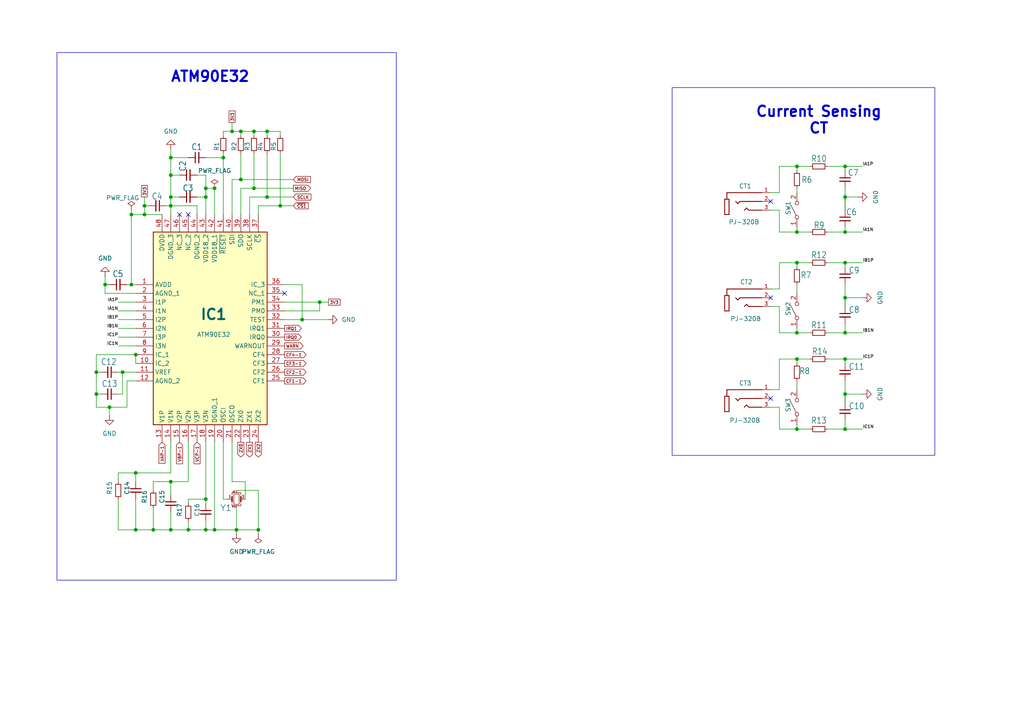
<source format=kicad_sch>
(kicad_sch (version 20231120) (generator "eeschema") (generator_version "8.0")
  (paper "A4")
  (lib_symbols
    (symbol "Device:C_Small" (pin_numbers hide) (pin_names (offset 0.254) hide)
      (property "Reference" "C" (at 0.254 1.778 0))
      (property "Value" "C_Small" (at 0.254 -2.032 0))
      (symbol "C_Small_0_1"
        (polyline (pts (xy -1.524 -0.508) (xy 1.524 -0.508)) (stroke (width 0.3302)))
        (polyline (pts (xy -1.524 0.508) (xy 1.524 0.508)) (stroke (width 0.3048)))
      )
      (symbol "C_Small_1_1"
        (pin passive line (at 0 2.54 270) (length 2.032) (name "~") (number "1"))
        (pin passive line (at 0 -2.54 90) (length 2.032) (name "~") (number "2"))
      )
    )
    (symbol "Device:Crystal_GND24_Small" (pin_names (offset 1.016) hide)
      (property "Reference" "Y" (at 1.27 4.445 0))
      (property "Value" "Crystal_GND24_Small" (at 1.27 2.54 0))
      (symbol "Crystal_GND24_Small_0_1"
        (rectangle (start -0.762 -1.524) (end 0.762 1.524))
        (polyline (pts (xy -1.27 -0.762) (xy -1.27 0.762)) (stroke (width 0.381)))
        (polyline (pts (xy 1.27 -0.762) (xy 1.27 0.762)) (stroke (width 0.381)))
        (polyline (pts (xy -1.27 -1.27) (xy -1.27 -1.905) (xy 1.27 -1.905) (xy 1.27 -1.27)))
        (polyline (pts (xy -1.27 1.27) (xy -1.27 1.905) (xy 1.27 1.905) (xy 1.27 1.27)))
      )
      (symbol "Crystal_GND24_Small_1_1"
        (pin passive line (at -2.54 0 0) (length 1.27) (name "1") (number "1"))
        (pin passive line (at 0 -2.54 90) (length 0.635) (name "2") (number "2"))
        (pin passive line (at 2.54 0 180) (length 1.27) (name "3") (number "3"))
        (pin passive line (at 0 2.54 270) (length 0.635) (name "4") (number "4"))
      )
    )
    (symbol "Device:R_Small" (pin_numbers hide) (pin_names (offset 0.254) hide)
      (property "Reference" "R" (at 0.762 0.508 0))
      (property "Value" "R_Small" (at 0.762 -1.016 0))
      (symbol "R_Small_0_1"
        (rectangle (start -0.762 1.778) (end 0.762 -1.778) (stroke (width 0.2032)))
      )
      (symbol "R_Small_1_1"
        (pin passive line (at 0 2.54 270) (length 0.762) (name "~") (number "1"))
        (pin passive line (at 0 -2.54 90) (length 0.762) (name "~") (number "2"))
      )
    )
    (symbol "Enerwize:ATM90E32AS-AU-R"
      (property "Reference" "IC" (at 39.37 20.32 0))
      (property "Value" "ATM90E32AS-AU-R" (at 39.37 17.78 0))
      (symbol "ATM90E32AS-AU-R_1_1"
        (rectangle (start 5.08 15.24) (end 38.1 -40.64) (stroke (width 0.254)) (fill (type background)))
        (pin passive line (at 0 0 0) (length 5.08) (name "AVDD") (number "1"))
        (pin passive line (at 0 -22.86 0) (length 5.08) (name "IC_2") (number "10"))
        (pin passive line (at 0 -25.4 0) (length 5.08) (name "VREF") (number "11"))
        (pin passive line (at 0 -27.94 0) (length 5.08) (name "AGND_2") (number "12"))
        (pin passive line (at 7.62 -45.72 90) (length 5.08) (name "V1P") (number "13"))
        (pin passive line (at 10.16 -45.72 90) (length 5.08) (name "V1N") (number "14"))
        (pin passive line (at 12.7 -45.72 90) (length 5.08) (name "V2P") (number "15"))
        (pin passive line (at 15.24 -45.72 90) (length 5.08) (name "V2N") (number "16"))
        (pin passive line (at 17.78 -45.72 90) (length 5.08) (name "V3P") (number "17"))
        (pin passive line (at 20.32 -45.72 90) (length 5.08) (name "V3N") (number "18"))
        (pin passive line (at 22.86 -45.72 90) (length 5.08) (name "DGND_1") (number "19"))
        (pin passive line (at 0 -2.54 0) (length 5.08) (name "AGND_1") (number "2"))
        (pin passive line (at 25.4 -45.72 90) (length 5.08) (name "OSCI") (number "20"))
        (pin passive line (at 27.94 -45.72 90) (length 5.08) (name "OSCO") (number "21"))
        (pin passive line (at 30.48 -45.72 90) (length 5.08) (name "ZX0") (number "22"))
        (pin passive line (at 33.02 -45.72 90) (length 5.08) (name "ZX1") (number "23"))
        (pin passive line (at 35.56 -45.72 90) (length 5.08) (name "ZX2") (number "24"))
        (pin passive line (at 43.18 -27.94 180) (length 5.08) (name "CF1") (number "25"))
        (pin passive line (at 43.18 -25.4 180) (length 5.08) (name "CF2") (number "26"))
        (pin passive line (at 43.18 -22.86 180) (length 5.08) (name "CF3") (number "27"))
        (pin passive line (at 43.18 -20.32 180) (length 5.08) (name "CF4") (number "28"))
        (pin passive line (at 43.18 -17.78 180) (length 5.08) (name "WARNOUT") (number "29"))
        (pin passive line (at 0 -5.08 0) (length 5.08) (name "I1P") (number "3"))
        (pin passive line (at 43.18 -15.24 180) (length 5.08) (name "IRQ0") (number "30"))
        (pin passive line (at 43.18 -12.7 180) (length 5.08) (name "IRQ1") (number "31"))
        (pin passive line (at 43.18 -10.16 180) (length 5.08) (name "TEST") (number "32"))
        (pin passive line (at 43.18 -7.62 180) (length 5.08) (name "PM0") (number "33"))
        (pin passive line (at 43.18 -5.08 180) (length 5.08) (name "PM1") (number "34"))
        (pin passive line (at 43.18 -2.54 180) (length 5.08) (name "NC_1") (number "35"))
        (pin passive line (at 43.18 0 180) (length 5.08) (name "IC_3") (number "36"))
        (pin passive line (at 35.56 20.32 270) (length 5.08) (name "~{CS}") (number "37"))
        (pin passive line (at 33.02 20.32 270) (length 5.08) (name "SCLK") (number "38"))
        (pin passive line (at 30.48 20.32 270) (length 5.08) (name "SDO") (number "39"))
        (pin passive line (at 0 -7.62 0) (length 5.08) (name "I1N") (number "4"))
        (pin passive line (at 27.94 20.32 270) (length 5.08) (name "SDI") (number "40"))
        (pin passive line (at 25.4 20.32 270) (length 5.08) (name "~{RESET}") (number "41"))
        (pin passive line (at 22.86 20.32 270) (length 5.08) (name "VDD18_1") (number "42"))
        (pin passive line (at 20.32 20.32 270) (length 5.08) (name "VDD18_2") (number "43"))
        (pin passive line (at 17.78 20.32 270) (length 5.08) (name "DGND_2") (number "44"))
        (pin passive line (at 15.24 20.32 270) (length 5.08) (name "NC_2") (number "45"))
        (pin passive line (at 12.7 20.32 270) (length 5.08) (name "NC_3") (number "46"))
        (pin passive line (at 10.16 20.32 270) (length 5.08) (name "DGND_3") (number "47"))
        (pin passive line (at 7.62 20.32 270) (length 5.08) (name "DVDD") (number "48"))
        (pin passive line (at 0 -10.16 0) (length 5.08) (name "I2P") (number "5"))
        (pin passive line (at 0 -12.7 0) (length 5.08) (name "I2N") (number "6"))
        (pin passive line (at 0 -15.24 0) (length 5.08) (name "I3P") (number "7"))
        (pin passive line (at 0 -17.78 0) (length 5.08) (name "I3N") (number "8"))
        (pin passive line (at 0 -20.32 0) (length 5.08) (name "IC_1") (number "9"))
      )
    )
    (symbol "Enerwize:PJ-320B" (pin_names (offset 1.016))
      (property "Reference" "J" (at -5.08 5.08 0))
      (property "Value" "PJ-320B" (at -5.08 -7.62 0))
      (symbol "PJ-320B_0_0"
        (polyline (pts (xy -5.715 -3.81) (xy -5.715 0.635)) (stroke (width 0.254)))
        (polyline (pts (xy -5.715 0.635) (xy -5.08 0.635)) (stroke (width 0.254)))
        (polyline (pts (xy -5.08 0.635) (xy -4.445 0.635)) (stroke (width 0.254)))
        (polyline (pts (xy -5.08 2.54) (xy -5.08 0.635)) (stroke (width 0.254)))
        (polyline (pts (xy -4.445 -3.81) (xy -5.715 -3.81)) (stroke (width 0.254)))
        (polyline (pts (xy -4.445 0.635) (xy -4.445 -3.81)) (stroke (width 0.254)))
        (polyline (pts (xy -1.905 -0.635) (xy -2.54 0)) (stroke (width 0.254)))
        (polyline (pts (xy -1.27 0) (xy -1.905 -0.635)) (stroke (width 0.254)))
        (polyline (pts (xy 0.635 -1.905) (xy 0 -2.54)) (stroke (width 0.254)))
        (polyline (pts (xy 1.27 -2.54) (xy 0.635 -1.905)) (stroke (width 0.254)))
        (polyline (pts (xy 5.08 -2.54) (xy 1.27 -2.54)) (stroke (width 0.254)))
        (polyline (pts (xy 5.08 0) (xy -1.27 0)) (stroke (width 0.254)))
        (polyline (pts (xy 5.08 2.54) (xy -5.08 2.54)) (stroke (width 0.254)))
        (pin passive line (at 7.62 2.54 180) (length 2.54) (name "~") (number "1"))
        (pin passive line (at 7.62 0 180) (length 2.54) (name "~") (number "2"))
        (pin passive line (at 7.62 -2.54 180) (length 2.54) (name "~") (number "3"))
      )
    )
    (symbol "PWR_FLAG_1" (power) (pin_numbers hide) (pin_names (offset 0) hide)
      (property "Value" "PWR_FLAG" (at 0 3.81 0))
      (symbol "PWR_FLAG_1_0_0"
        (pin power_out line (at 0 0 90) (length 0) (name "~") (number "1"))
      )
      (symbol "PWR_FLAG_1_0_1"
        (polyline (pts (xy 0 0) (xy 0 1.27) (xy -1.016 1.905) (xy 0 2.54) (xy 1.016 1.905) (xy 0 1.27)))
      )
    )
    (symbol "PWR_FLAG_2" (power) (pin_numbers hide) (pin_names (offset 0) hide)
      (property "Value" "PWR_FLAG" (at 0 3.81 0))
      (symbol "PWR_FLAG_2_0_0"
        (pin power_out line (at 0 0 90) (length 0) (name "~") (number "1"))
      )
      (symbol "PWR_FLAG_2_0_1"
        (polyline (pts (xy 0 0) (xy 0 1.27) (xy -1.016 1.905) (xy 0 2.54) (xy 1.016 1.905) (xy 0 1.27)))
      )
    )
    (symbol "Switch:SW_SPST" (pin_names (offset 0) hide)
      (property "Reference" "SW" (at 0 3.175 0))
      (property "Value" "SW_SPST" (at 0 -2.54 0))
      (symbol "SW_SPST_0_0"
        (circle (center -2.032 0) (radius 0.508))
        (polyline (pts (xy -1.524 0.254) (xy 1.524 1.778)))
        (circle (center 2.032 0) (radius 0.508))
      )
      (symbol "SW_SPST_1_1"
        (pin passive line (at -5.08 0 0) (length 2.54) (name "A") (number "1"))
        (pin passive line (at 5.08 0 180) (length 2.54) (name "B") (number "2"))
      )
    )
    (symbol "power:GND" (power) (pin_numbers hide) (pin_names (offset 0) hide)
      (property "Value" "GND" (at 0 -3.81 0))
      (symbol "GND_0_1"
        (polyline (pts (xy 0 0) (xy 0 -1.27) (xy 1.27 -1.27) (xy 0 -2.54) (xy -1.27 -1.27) (xy 0 -1.27)))
      )
      (symbol "GND_1_1"
        (pin power_in line (at 0 0 270) (length 0) (name "~") (number "1"))
      )
    )
    (symbol "power:PWR_FLAG" (power) (pin_numbers hide) (pin_names (offset 0) hide)
      (property "Value" "PWR_FLAG" (at 0 3.81 0))
      (symbol "PWR_FLAG_0_0"
        (pin power_out line (at 0 0 90) (length 0) (name "~") (number "1"))
      )
      (symbol "PWR_FLAG_0_1"
        (polyline (pts (xy 0 0) (xy 0 1.27) (xy -1.016 1.905) (xy 0 2.54) (xy 1.016 1.905) (xy 0 1.27)))
      )
    )
  )
  (junction (at 231.14 76.2))
  (junction (at 49.53 153.67))
  (junction (at 81.28 59.69))
  (junction (at 27.94 114.3))
  (junction (at 41.91 59.69))
  (junction (at 54.61 153.67))
  (junction (at 27.94 107.95))
  (junction (at 30.48 82.55))
  (junction (at 245.11 67.31))
  (junction (at 62.23 153.67))
  (junction (at 39.37 153.67))
  (junction (at 44.45 153.67))
  (junction (at 73.66 38.1))
  (junction (at 245.11 114.3))
  (junction (at 69.85 52.07))
  (junction (at 31.75 118.11))
  (junction (at 245.11 96.52))
  (junction (at 49.53 57.15))
  (junction (at 231.14 48.26))
  (junction (at 59.69 54.61))
  (junction (at 231.14 67.31))
  (junction (at 74.93 153.67))
  (junction (at 69.85 38.1))
  (junction (at 35.56 107.95))
  (junction (at 87.63 92.71))
  (junction (at 64.77 45.72))
  (junction (at 59.69 153.67))
  (junction (at 245.11 48.26))
  (junction (at 38.1 82.55))
  (junction (at 49.53 45.72))
  (junction (at 92.71 87.63))
  (junction (at 231.14 124.46))
  (junction (at 245.11 76.2))
  (junction (at 245.11 57.15))
  (junction (at 41.91 62.23))
  (junction (at 39.37 102.87))
  (junction (at 39.37 137.16))
  (junction (at 245.11 86.36))
  (junction (at 245.11 124.46))
  (junction (at 77.47 38.1))
  (junction (at 231.14 104.14))
  (junction (at 231.14 96.52))
  (junction (at 59.69 144.78))
  (junction (at 77.47 57.15))
  (junction (at 68.58 153.67))
  (junction (at 59.69 57.15))
  (junction (at 49.53 59.69))
  (junction (at 49.53 139.7))
  (junction (at 245.11 104.14))
  (junction (at 73.66 54.61))
  (junction (at 49.53 50.8))
  (junction (at 67.31 38.1))
  (junction (at 62.23 54.61))
  (junction (at 38.1 62.23))
  (no_connect (at 223.52 58.42))
  (no_connect (at 52.07 62.23))
  (no_connect (at 223.52 115.57))
  (no_connect (at 82.55 85.09))
  (no_connect (at 54.61 62.23))
  (no_connect (at 223.52 86.36))
  (wire (pts (xy 250.19 104.14) (xy 245.11 104.14)) (stroke (width 0.1524)))
  (wire (pts (xy 39.37 153.67) (xy 44.45 153.67)))
  (wire (pts (xy 245.11 114.3) (xy 245.11 116.84)))
  (wire (pts (xy 49.53 148.59) (xy 49.53 153.67)))
  (wire (pts (xy 74.93 154.94) (xy 74.93 153.67)))
  (wire (pts (xy 69.85 52.07) (xy 85.09 52.07)) (stroke (width 0.1524)))
  (wire (pts (xy 39.37 102.87) (xy 39.37 105.41)))
  (wire (pts (xy 64.77 128.27) (xy 64.77 144.78)) (stroke (width 0.1524)))
  (wire (pts (xy 67.31 38.1) (xy 69.85 38.1)) (stroke (width 0.1524)))
  (wire (pts (xy 231.14 105.41) (xy 231.14 104.14)))
  (wire (pts (xy 27.94 107.95) (xy 29.21 107.95)))
  (wire (pts (xy 68.58 147.32) (xy 68.58 153.67)))
  (wire (pts (xy 34.29 144.78) (xy 34.29 153.67)))
  (wire (pts (xy 59.69 146.05) (xy 59.69 144.78)))
  (wire (pts (xy 245.11 96.52) (xy 245.11 93.98)))
  (wire (pts (xy 231.14 67.31) (xy 234.95 67.31)))
  (wire (pts (xy 54.61 144.78) (xy 59.69 144.78)) (stroke (width 0.1524)))
  (wire (pts (xy 250.19 76.2) (xy 245.11 76.2)) (stroke (width 0.1524)))
  (wire (pts (xy 34.29 153.67) (xy 39.37 153.67)))
  (wire (pts (xy 52.07 50.8) (xy 49.53 50.8)) (stroke (width 0.1524)))
  (wire (pts (xy 57.15 50.8) (xy 59.69 50.8)) (stroke (width 0.1524)))
  (wire (pts (xy 223.52 83.82) (xy 226.06 83.82)) (stroke (width 0.1524)))
  (wire (pts (xy 62.23 128.27) (xy 62.23 153.67)) (stroke (width 0.1524)))
  (wire (pts (xy 39.37 95.25) (xy 34.29 95.25)) (stroke (width 0.1524)))
  (wire (pts (xy 27.94 107.95) (xy 27.94 114.3)))
  (wire (pts (xy 59.69 45.72) (xy 64.77 45.72)))
  (wire (pts (xy 41.91 62.23) (xy 46.99 62.23)) (stroke (width 0.1524)))
  (wire (pts (xy 49.53 57.15) (xy 49.53 59.69)) (stroke (width 0.1524)))
  (wire (pts (xy 240.03 96.52) (xy 241.3 96.52)))
  (wire (pts (xy 31.75 118.11) (xy 36.83 118.11)) (stroke (width 0.1524)))
  (wire (pts (xy 44.45 153.67) (xy 49.53 153.67)))
  (wire (pts (xy 250.19 114.3) (xy 245.11 114.3)) (stroke (width 0.1524)))
  (wire (pts (xy 74.93 153.67) (xy 68.58 153.67)))
  (wire (pts (xy 27.94 118.11) (xy 31.75 118.11)) (stroke (width 0.1524)))
  (wire (pts (xy 39.37 144.78) (xy 39.37 153.67)))
  (wire (pts (xy 68.58 142.24) (xy 74.93 142.24)))
  (wire (pts (xy 245.11 96.52) (xy 250.19 96.52)) (stroke (width 0.1524)))
  (wire (pts (xy 62.23 62.23) (xy 62.23 54.61)))
  (wire (pts (xy 77.47 39.37) (xy 77.47 38.1)) (stroke (width 0.1524)))
  (wire (pts (xy 245.11 48.26) (xy 245.11 49.53)))
  (wire (pts (xy 44.45 147.32) (xy 44.45 153.67)))
  (wire (pts (xy 30.48 82.55) (xy 30.48 85.09)) (stroke (width 0.1524)))
  (wire (pts (xy 231.14 124.46) (xy 231.14 123.19)))
  (wire (pts (xy 77.47 38.1) (xy 81.28 38.1)) (stroke (width 0.1524)))
  (wire (pts (xy 69.85 38.1) (xy 73.66 38.1)) (stroke (width 0.1524)))
  (wire (pts (xy 48.26 59.69) (xy 49.53 59.69)))
  (wire (pts (xy 67.31 52.07) (xy 69.85 52.07)) (stroke (width 0.1524)))
  (wire (pts (xy 64.77 38.1) (xy 64.77 39.37)))
  (wire (pts (xy 39.37 137.16) (xy 49.53 137.16)) (stroke (width 0.1524)))
  (wire (pts (xy 231.14 77.47) (xy 231.14 76.2)))
  (wire (pts (xy 245.11 86.36) (xy 245.11 88.9)))
  (wire (pts (xy 231.14 104.14) (xy 234.95 104.14)) (stroke (width 0.1524)))
  (wire (pts (xy 226.06 104.14) (xy 231.14 104.14)) (stroke (width 0.1524)))
  (wire (pts (xy 81.28 44.45) (xy 81.28 59.69)) (stroke (width 0.1524)))
  (wire (pts (xy 64.77 44.45) (xy 64.77 45.72)))
  (wire (pts (xy 74.93 62.23) (xy 74.93 59.69)) (stroke (width 0.1524)))
  (wire (pts (xy 226.06 48.26) (xy 231.14 48.26)) (stroke (width 0.1524)))
  (wire (pts (xy 62.23 153.67) (xy 68.58 153.67)) (stroke (width 0.1524)))
  (wire (pts (xy 231.14 96.52) (xy 234.95 96.52)))
  (wire (pts (xy 92.71 87.63) (xy 95.25 87.63)) (stroke (width 0.1524)))
  (wire (pts (xy 240.03 104.14) (xy 245.11 104.14)) (stroke (width 0.1524)))
  (wire (pts (xy 250.19 48.26) (xy 245.11 48.26)) (stroke (width 0.1524)))
  (wire (pts (xy 82.55 92.71) (xy 87.63 92.71)) (stroke (width 0.1524)))
  (wire (pts (xy 34.29 137.16) (xy 34.29 139.7)) (stroke (width 0.1524)))
  (wire (pts (xy 38.1 82.55) (xy 39.37 82.55)))
  (wire (pts (xy 49.53 50.8) (xy 49.53 57.15)) (stroke (width 0.1524)))
  (wire (pts (xy 77.47 57.15) (xy 85.09 57.15)) (stroke (width 0.1524)))
  (wire (pts (xy 27.94 114.3) (xy 27.94 118.11)))
  (wire (pts (xy 226.06 96.52) (xy 226.06 88.9)))
  (wire (pts (xy 72.39 57.15) (xy 77.47 57.15)) (stroke (width 0.1524)))
  (wire (pts (xy 41.91 57.15) (xy 41.91 59.69)))
  (wire (pts (xy 39.37 92.71) (xy 34.29 92.71)) (stroke (width 0.1524)))
  (wire (pts (xy 245.11 57.15) (xy 245.11 60.96)))
  (wire (pts (xy 82.55 82.55) (xy 87.63 82.55)) (stroke (width 0.1524)))
  (wire (pts (xy 69.85 44.45) (xy 69.85 52.07)) (stroke (width 0.1524)))
  (wire (pts (xy 226.06 76.2) (xy 231.14 76.2)))
  (wire (pts (xy 49.53 59.69) (xy 49.53 62.23)) (stroke (width 0.1524)))
  (wire (pts (xy 49.53 43.18) (xy 49.53 45.72)) (stroke (width 0.1524)))
  (wire (pts (xy 231.14 66.04) (xy 231.14 67.31)))
  (wire (pts (xy 87.63 92.71) (xy 95.25 92.71)) (stroke (width 0.1524)))
  (wire (pts (xy 59.69 57.15) (xy 59.69 62.23)) (stroke (width 0.1524)))
  (wire (pts (xy 38.1 62.23) (xy 38.1 82.55)) (stroke (width 0.1524)))
  (wire (pts (xy 35.56 107.95) (xy 34.29 107.95)))
  (wire (pts (xy 226.06 113.03) (xy 223.52 113.03)) (stroke (width 0.1524)))
  (wire (pts (xy 49.53 139.7) (xy 49.53 143.51)))
  (wire (pts (xy 226.06 113.03) (xy 226.06 104.14)) (stroke (width 0.1524)))
  (wire (pts (xy 240.03 76.2) (xy 245.11 76.2)) (stroke (width 0.1524)))
  (wire (pts (xy 39.37 137.16) (xy 39.37 139.7)))
  (wire (pts (xy 59.69 54.61) (xy 59.69 57.15)))
  (wire (pts (xy 245.11 104.14) (xy 245.11 105.41)))
  (wire (pts (xy 64.77 38.1) (xy 67.31 38.1)))
  (wire (pts (xy 27.94 102.87) (xy 27.94 107.95)))
  (wire (pts (xy 54.61 151.13) (xy 54.61 153.67)))
  (wire (pts (xy 49.53 59.69) (xy 49.53 60.96)))
  (wire (pts (xy 73.66 38.1) (xy 77.47 38.1)) (stroke (width 0.1524)))
  (wire (pts (xy 240.03 67.31) (xy 245.11 67.31)))
  (wire (pts (xy 54.61 128.27) (xy 54.61 139.7)))
  (wire (pts (xy 231.14 54.61) (xy 231.14 55.88)))
  (wire (pts (xy 35.56 114.3) (xy 34.29 114.3)))
  (wire (pts (xy 41.91 60.96) (xy 41.91 62.23)) (stroke (width 0.1524)))
  (wire (pts (xy 245.11 76.2) (xy 245.11 77.47)))
  (wire (pts (xy 67.31 35.56) (xy 67.31 38.1)) (stroke (width 0.1524)))
  (wire (pts (xy 74.93 59.69) (xy 81.28 59.69)) (stroke (width 0.1524)))
  (wire (pts (xy 226.06 55.88) (xy 223.52 55.88)))
  (wire (pts (xy 68.58 154.94) (xy 68.58 153.67)))
  (wire (pts (xy 245.11 114.3) (xy 245.11 110.49)))
  (wire (pts (xy 44.45 139.7) (xy 49.53 139.7)) (stroke (width 0.1524)))
  (wire (pts (xy 241.3 96.52) (xy 245.11 96.52)) (stroke (width 0.1524)))
  (wire (pts (xy 41.91 59.69) (xy 41.91 60.96)))
  (wire (pts (xy 73.66 54.61) (xy 85.09 54.61)) (stroke (width 0.1524)))
  (wire (pts (xy 49.53 153.67) (xy 54.61 153.67)))
  (wire (pts (xy 49.53 139.7) (xy 54.61 139.7)))
  (wire (pts (xy 240.03 124.46) (xy 245.11 124.46)) (stroke (width 0.1524)))
  (wire (pts (xy 226.06 88.9) (xy 223.52 88.9)))
  (wire (pts (xy 245.11 57.15) (xy 245.11 54.61)))
  (wire (pts (xy 39.37 85.09) (xy 30.48 85.09)) (stroke (width 0.1524)))
  (wire (pts (xy 64.77 144.78) (xy 66.04 144.78)) (stroke (width 0.1524)))
  (wire (pts (xy 250.19 86.36) (xy 245.11 86.36)) (stroke (width 0.1524)))
  (wire (pts (xy 35.56 107.95) (xy 39.37 107.95)))
  (wire (pts (xy 49.53 137.16) (xy 49.53 128.27)) (stroke (width 0.1524)))
  (wire (pts (xy 231.14 110.49) (xy 231.14 113.03)))
  (wire (pts (xy 36.83 110.49) (xy 36.83 118.11)) (stroke (width 0.1524)))
  (wire (pts (xy 59.69 54.61) (xy 59.69 57.15)) (stroke (width 0.1524)))
  (wire (pts (xy 35.56 107.95) (xy 35.56 114.3)))
  (wire (pts (xy 30.48 82.55) (xy 31.75 82.55)) (stroke (width 0.1524)))
  (wire (pts (xy 67.31 139.7) (xy 71.12 139.7)) (stroke (width 0.1524)))
  (wire (pts (xy 231.14 124.46) (xy 234.95 124.46)))
  (wire (pts (xy 31.75 118.11) (xy 31.75 120.65)))
  (wire (pts (xy 69.85 54.61) (xy 73.66 54.61)) (stroke (width 0.1524)))
  (wire (pts (xy 245.11 67.31) (xy 245.11 66.04)))
  (wire (pts (xy 49.53 45.72) (xy 49.53 50.8)) (stroke (width 0.1524)))
  (wire (pts (xy 87.63 82.55) (xy 87.63 92.71)) (stroke (width 0.1524)))
  (wire (pts (xy 92.71 90.17) (xy 92.71 87.63)) (stroke (width 0.1524)))
  (wire (pts (xy 77.47 44.45) (xy 77.47 57.15)) (stroke (width 0.1524)))
  (wire (pts (xy 73.66 39.37) (xy 73.66 38.1)) (stroke (width 0.1524)))
  (wire (pts (xy 54.61 45.72) (xy 49.53 45.72)) (stroke (width 0.1524)))
  (wire (pts (xy 67.31 128.27) (xy 67.31 139.7)) (stroke (width 0.1524)))
  (wire (pts (xy 72.39 62.23) (xy 72.39 57.15)) (stroke (width 0.1524)))
  (wire (pts (xy 226.06 67.31) (xy 226.06 60.96)))
  (wire (pts (xy 73.66 44.45) (xy 73.66 54.61)) (stroke (width 0.1524)))
  (wire (pts (xy 240.03 48.26) (xy 245.11 48.26)) (stroke (width 0.1524)))
  (wire (pts (xy 82.55 90.17) (xy 92.71 90.17)) (stroke (width 0.1524)))
  (wire (pts (xy 248.92 57.15) (xy 245.11 57.15)) (stroke (width 0.1524)))
  (wire (pts (xy 57.15 59.69) (xy 57.15 62.23)) (stroke (width 0.1524)))
  (wire (pts (xy 226.06 118.11) (xy 223.52 118.11)))
  (wire (pts (xy 36.83 82.55) (xy 38.1 82.55)))
  (wire (pts (xy 39.37 97.79) (xy 34.29 97.79)) (stroke (width 0.1524)))
  (wire (pts (xy 36.83 110.49) (xy 39.37 110.49)) (stroke (width 0.1524)))
  (wire (pts (xy 39.37 102.87) (xy 27.94 102.87)))
  (wire (pts (xy 49.53 59.69) (xy 57.15 59.69)) (stroke (width 0.1524)))
  (wire (pts (xy 81.28 39.37) (xy 81.28 38.1)) (stroke (width 0.1524)))
  (wire (pts (xy 231.14 48.26) (xy 234.95 48.26)) (stroke (width 0.1524)))
  (wire (pts (xy 226.06 124.46) (xy 231.14 124.46)))
  (wire (pts (xy 69.85 62.23) (xy 69.85 54.61)) (stroke (width 0.1524)))
  (wire (pts (xy 226.06 55.88) (xy 226.06 48.26)))
  (wire (pts (xy 39.37 87.63) (xy 34.29 87.63)) (stroke (width 0.1524)))
  (wire (pts (xy 54.61 144.78) (xy 54.61 146.05)) (stroke (width 0.1524)))
  (wire (pts (xy 49.53 57.15) (xy 52.07 57.15)) (stroke (width 0.1524)))
  (wire (pts (xy 245.11 124.46) (xy 245.11 121.92)))
  (wire (pts (xy 69.85 39.37) (xy 69.85 38.1)) (stroke (width 0.1524)))
  (wire (pts (xy 59.69 54.61) (xy 62.23 54.61)))
  (wire (pts (xy 59.69 153.67) (xy 62.23 153.67)))
  (wire (pts (xy 231.14 76.2) (xy 234.95 76.2)))
  (wire (pts (xy 245.11 86.36) (xy 245.11 82.55)))
  (wire (pts (xy 39.37 90.17) (xy 34.29 90.17)) (stroke (width 0.1524)))
  (wire (pts (xy 245.11 67.31) (xy 250.19 67.31)) (stroke (width 0.1524)))
  (wire (pts (xy 41.91 59.69) (xy 43.18 59.69)))
  (wire (pts (xy 82.55 87.63) (xy 92.71 87.63)) (stroke (width 0.1524)))
  (wire (pts (xy 59.69 151.13) (xy 59.69 153.67)))
  (wire (pts (xy 226.06 96.52) (xy 231.14 96.52)))
  (wire (pts (xy 231.14 49.53) (xy 231.14 48.26)))
  (wire (pts (xy 34.29 137.16) (xy 39.37 137.16)) (stroke (width 0.1524)))
  (wire (pts (xy 71.12 139.7) (xy 71.12 144.78)) (stroke (width 0.1524)))
  (wire (pts (xy 49.53 58.42) (xy 49.53 59.69)))
  (wire (pts (xy 245.11 114.3) (xy 245.11 116.84)) (stroke (width 0.1524)))
  (wire (pts (xy 245.11 124.46) (xy 250.19 124.46)) (stroke (width 0.1524)))
  (wire (pts (xy 245.11 86.36) (xy 245.11 88.9)) (stroke (width 0.1524)))
  (wire (pts (xy 44.45 139.7) (xy 44.45 142.24)))
  (wire (pts (xy 30.48 82.55) (xy 31.75 82.55)))
  (wire (pts (xy 39.37 100.33) (xy 34.29 100.33)) (stroke (width 0.1524)))
  (wire (pts (xy 74.93 142.24) (xy 74.93 153.67)))
  (wire (pts (xy 226.06 83.82) (xy 226.06 76.2)) (stroke (width 0.1524)))
  (wire (pts (xy 30.48 80.01) (xy 30.48 82.55)))
  (wire (pts (xy 67.31 62.23) (xy 67.31 52.07)) (stroke (width 0.1524)))
  (wire (pts (xy 81.28 59.69) (xy 85.09 59.69)) (stroke (width 0.1524)))
  (wire (pts (xy 27.94 114.3) (xy 29.21 114.3)))
  (wire (pts (xy 57.15 57.15) (xy 59.69 57.15)))
  (wire (pts (xy 231.14 82.55) (xy 231.14 85.09)))
  (wire (pts (xy 226.06 124.46) (xy 226.06 118.11)))
  (wire (pts (xy 38.1 62.23) (xy 38.1 60.96)) (stroke (width 0.1524)))
  (wire (pts (xy 226.06 67.31) (xy 231.14 67.31)))
  (wire (pts (xy 59.69 144.78) (xy 59.69 128.27)) (stroke (width 0.1524)))
  (wire (pts (xy 231.14 96.52) (xy 231.14 95.25)))
  (wire (pts (xy 64.77 45.72) (xy 64.77 62.23)))
  (wire (pts (xy 59.69 50.8) (xy 59.69 54.61)) (stroke (width 0.1524)))
  (wire (pts (xy 54.61 153.67) (xy 59.69 153.67)))
  (wire (pts (xy 226.06 60.96) (xy 223.52 60.96)))
  (wire (pts (xy 38.1 62.23) (xy 41.91 62.23)) (stroke (width 0.1524)))
  (wire (pts (xy 245.11 57.15) (xy 245.11 60.96)) (stroke (width 0.1524)))
  (rectangle (start 16.51 15.24) (end 114.935 168.275))
  (rectangle (start 194.945 25.4) (end 271.145 132.08))
  (text "Current Sensing\nCT" (at 237.49 39.116 0) (effects (font (size 3 3) (thickness 0.6) (bold yes)) (justify bottom)))
  (text "ATM90E32" (at 60.96 24.13 0) (effects (font (size 3 3) (thickness 0.6) (bold yes)) (justify bottom)))
  (label "IA1P" (at 34.29 87.63 180) (effects (font (size 0.889 0.889))))
  (label "IA1N" (at 250.19 67.31 0) (effects (font (size 0.889 0.889))))
  (label "IC1N" (at 34.29 100.33 180) (effects (font (size 0.889 0.889))))
  (label "IA1N" (at 34.29 90.17 180) (effects (font (size 0.889 0.889))))
  (label "IB1P" (at 250.19 76.2 0) (effects (font (size 0.889 0.889))))
  (label "IB1N" (at 34.29 95.25 180) (effects (font (size 0.889 0.889))))
  (label "IC1N" (at 250.19 124.46 0) (effects (font (size 0.889 0.889))))
  (label "IB1P" (at 34.29 92.71 180) (effects (font (size 0.889 0.889))))
  (label "IB1N" (at 250.19 96.52 0) (effects (font (size 0.889 0.889))))
  (label "IC1P" (at 250.19 104.14 0) (effects (font (size 0.889 0.889))))
  (label "IA1P" (at 250.19 48.26 0) (effects (font (size 0.889 0.889))))
  (label "IC1P" (at 34.29 97.79 180) (effects (font (size 0.889 0.889))))
  (global_label "~{CS1}" (shape input) (at 85.09 59.69 0) (effects (font (size 0.9 0.9))) (property "Intersheetrefs" "${INTERSHEET_REFS}" (effects (hide yes))))
  (global_label "3V3" (shape passive) (at 67.31 35.56 90) (effects (font (size 0.889 0.889))) (property "Intersheetrefs" "${INTERSHEET_REFS}" (effects (hide yes))))
  (global_label "ZX2" (shape output) (at 74.93 128.27 270) (effects (font (size 0.9 0.9))) (property "Intersheetrefs" "${INTERSHEET_REFS}" (effects (hide yes))))
  (global_label "CF4-1" (shape output) (at 82.55 102.87 0) (effects (font (size 0.9 0.9))) (property "Intersheetrefs" "${INTERSHEET_REFS}" (effects (hide yes))))
  (global_label "ZX0" (shape output) (at 69.85 128.27 270) (effects (font (size 0.9 0.9))) (property "Intersheetrefs" "${INTERSHEET_REFS}" (effects (hide yes))))
  (global_label "MOSI" (shape input) (at 85.09 52.07 0) (effects (font (size 0.9 0.9))) (property "Intersheetrefs" "${INTERSHEET_REFS}" (effects (hide yes))))
  (global_label "IRQ0" (shape output) (at 82.55 97.79 0) (effects (font (size 0.9 0.9))) (property "Intersheetrefs" "${INTERSHEET_REFS}" (effects (hide yes))))
  (global_label "IRQ1" (shape output) (at 82.55 95.25 0) (effects (font (size 0.9 0.9))) (property "Intersheetrefs" "${INTERSHEET_REFS}" (effects (hide yes))))
  (global_label "MISO" (shape output) (at 85.09 54.61 0) (effects (font (size 0.9 0.9))) (property "Intersheetrefs" "${INTERSHEET_REFS}" (effects (hide yes))))
  (global_label "WARN" (shape output) (at 82.55 100.33 0) (effects (font (size 0.9 0.9))) (property "Intersheetrefs" "${INTERSHEET_REFS}" (effects (hide yes))))
  (global_label "ZX1" (shape output) (at 72.39 128.27 270) (effects (font (size 0.9 0.9))) (property "Intersheetrefs" "${INTERSHEET_REFS}" (effects (hide yes))))
  (global_label "CF3-1" (shape output) (at 82.55 105.41 0) (effects (font (size 0.9 0.9))) (property "Intersheetrefs" "${INTERSHEET_REFS}" (effects (hide yes))))
  (global_label "CF1-1" (shape output) (at 82.55 110.49 0) (effects (font (size 0.9 0.9))) (property "Intersheetrefs" "${INTERSHEET_REFS}" (effects (hide yes))))
  (global_label "3V3" (shape passive) (at 41.91 57.15 90) (effects (font (size 0.889 0.889))) (property "Intersheetrefs" "${INTERSHEET_REFS}" (effects (hide yes))))
  (global_label "VBP-1" (shape input) (at 52.07 128.27 270) (effects (font (size 0.9 0.9))) (property "Intersheetrefs" "${INTERSHEET_REFS}" (effects (hide yes))))
  (global_label "VCP-1" (shape input) (at 57.15 128.27 270) (effects (font (size 0.9 0.9))) (property "Intersheetrefs" "${INTERSHEET_REFS}" (effects (hide yes))))
  (global_label "SCLK" (shape input) (at 85.09 57.15 0) (effects (font (size 0.9 0.9))) (property "Intersheetrefs" "${INTERSHEET_REFS}" (effects (hide yes))))
  (global_label "CF2-1" (shape output) (at 82.55 107.95 0) (effects (font (size 0.9 0.9))) (property "Intersheetrefs" "${INTERSHEET_REFS}" (effects (hide yes))))
  (global_label "3V3" (shape passive) (at 95.25 87.63 0) (effects (font (size 0.9 0.9))) (property "Intersheetrefs" "${INTERSHEET_REFS}" (effects (hide yes))))
  (global_label "VAP-1" (shape input) (at 46.99 128.27 270) (effects (font (size 0.9 0.9))) (property "Intersheetrefs" "${INTERSHEET_REFS}" (effects (hide yes))))
  (symbol (lib_id "Enerwize:PJ-320B") (at 215.9 58.42 0) (unit 1)
    (property "Reference" "CT1" (at 214.3125 53.975 0) (effects (justify left)))
    (property "Value" "PJ-320B" (at 211.328 64.389 0) (effects (justify left)))
    (property "Footprint" "Enerwize:BOOMELE_PJ-320B" (effects (hide yes)))
    (property "Description" "3.5mm headphone jack 30V 200mA SMD Audio Connector" (effects (hide yes)))
    (property "MF" "Luoyang Dishang electronics" (effects (hide yes)))
    (property "MAXIMUM_PACKAGE_HEIGHT" "5mm" (effects (hide yes)))
    (property "Package" "Package" (effects (hide yes)))
    (property "Price" "None" (effects (hide yes)))
    (property "Check_prices" "https://www.snapeda.com/parts/PJ-320B/Luoyang+Dishang+electronics/view-part/?ref=eda" (effects (hide yes)))
    (property "STANDARD" "Manufacturer Recommendation" (effects (hide yes)))
    (property "SnapEDA_Link" "https://www.snapeda.com/parts/PJ-320B/Luoyang+Dishang+electronics/view-part/?ref=snap" (effects (hide yes)))
    (property "MP" "PJ-320B" (effects (hide yes)))
    (property "Availability" "Not in stock" (effects (hide yes)))
    (property "MANUFACTURER" "Luoyang Dishang electronics" (effects (hide yes)))
    (property "LCSC#" "C18594" (effects (hide yes)))
    (property "LCSC Part#" "C18594" (effects (hide yes)))
  )
  (symbol (lib_id "Device:C_Small") (at 34.29 82.55 90) (unit 1)
    (property "Reference" "C5" (at 35.814 78.486 90) (effects (font (size 1.778 1.5113)) (justify left bottom)))
    (property "Value" "100nF X7R ±5%" (effects (hide yes)))
    (property "Footprint" "SMD Capacitors:C_0603_1608Metric_Pad1.08x0.95mm_HandSolder" (effects (hide yes)))
    (property "Manufacturer_Part_Number" "06036C104JAT2A" (effects (hide yes)))
    (property "LCSC#" "C88136" (effects (hide yes)))
  )
  (symbol (lib_id "Device:C_Small") (at 57.15 45.72 90) (unit 1)
    (property "Reference" "C1" (at 58.674 41.656 90) (effects (font (size 1.778 1.5113)) (justify left bottom)))
    (property "Value" "100nF X7R ±5%" (effects (hide yes)))
    (property "Footprint" "SMD Capacitors:C_0603_1608Metric_Pad1.08x0.95mm_HandSolder" (effects (hide yes)))
    (property "Manufacturer_Part_Number" "06036C104JAT2A" (effects (hide yes)))
    (property "LCSC#" "C88136" (effects (hide yes)))
  )
  (symbol (lib_id "Device:R_Small") (at 54.61 148.59 0) (unit 1)
    (property "Reference" "R17" (at 52.07 149.86 90) (effects (justify left)))
    (property "Value" "±0.1% ±25ppm/℃ 1kΩ" (effects (hide yes)))
    (property "Footprint" "Resistor_SMD:R_0603_1608Metric_Pad0.98x0.95mm_HandSolder" (effects (hide yes)))
    (property "LCSC#" "C2989112" (effects (hide yes)))
  )
  (symbol (lib_id "Device:R_Small") (at 64.77 41.91 0) (unit 1)
    (property "Reference" "R1" (at 62.865 43.815 90) (effects (justify left)))
    (property "Value" "±25ppm/℃ ±0.1% 10kΩ" (effects (hide yes)))
    (property "Footprint" "Resistor_SMD:R_0603_1608Metric_Pad0.98x0.95mm_HandSolder" (effects (hide yes)))
    (property "LCSC#" "C95204" (effects (hide yes)))
  )
  (symbol (lib_id "power:GND") (at 30.48 80.01 180) (unit 1)
    (property "Reference" "#PWR02" (effects (hide yes)))
    (property "Value" "GND" (at 30.48 74.93 0))
    (property "Description" "Power symbol creates a global label with name \"GND\" , ground" (effects (hide yes)))
  )
  (symbol (lib_id "Enerwize:PJ-320B") (at 215.9 115.57 0) (unit 1)
    (property "Reference" "CT3" (at 214.3125 111.125 0) (effects (justify left)))
    (property "Value" "PJ-320B" (at 211.582 121.92 0) (effects (justify left)))
    (property "Footprint" "Enerwize:BOOMELE_PJ-320B" (effects (hide yes)))
    (property "Description" "3.5mm headphone jack 30V 200mA SMD Audio Connector" (effects (hide yes)))
    (property "MF" "Luoyang Dishang electronics" (effects (hide yes)))
    (property "MAXIMUM_PACKAGE_HEIGHT" "5mm" (effects (hide yes)))
    (property "Package" "Package" (effects (hide yes)))
    (property "Price" "None" (effects (hide yes)))
    (property "Check_prices" "https://www.snapeda.com/parts/PJ-320B/Luoyang+Dishang+electronics/view-part/?ref=eda" (effects (hide yes)))
    (property "STANDARD" "Manufacturer Recommendation" (effects (hide yes)))
    (property "SnapEDA_Link" "https://www.snapeda.com/parts/PJ-320B/Luoyang+Dishang+electronics/view-part/?ref=snap" (effects (hide yes)))
    (property "MP" "PJ-320B" (effects (hide yes)))
    (property "Availability" "Not in stock" (effects (hide yes)))
    (property "MANUFACTURER" "Luoyang Dishang electronics" (effects (hide yes)))
    (property "LCSC#" "C18594" (effects (hide yes)))
    (property "LCSC Part#" "C18594" (effects (hide yes)))
  )
  (symbol (lib_id "Device:R_Small") (at 44.45 144.78 0) (unit 1)
    (property "Reference" "R16" (at 41.91 146.05 90) (effects (justify left)))
    (property "Value" "±0.1% ±25ppm/℃ 1kΩ" (effects (hide yes)))
    (property "Footprint" "Resistor_SMD:R_0603_1608Metric_Pad0.98x0.95mm_HandSolder" (effects (hide yes)))
    (property "LCSC#" "C2989112" (effects (hide yes)))
  )
  (symbol (lib_id "power:GND") (at 250.19 86.36 90) (unit 1)
    (property "Reference" "#PWR04" (effects (hide yes)))
    (property "Value" "GND" (at 255.27 86.36 0))
    (property "Description" "Power symbol creates a global label with name \"GND\" , ground" (effects (hide yes)))
  )
  (symbol (lib_id "Device:R_Small") (at 237.49 104.14 270) (unit 1)
    (property "Reference" "R14" (at 235.458 102.87 90) (effects (font (size 1.778 1.5113)) (justify left bottom)))
    (property "Value" "±0.1% ±25ppm/℃ 100Ω" (effects (hide yes)))
    (property "Footprint" "Resistor_SMD:R_0603_1608Metric_Pad0.98x0.95mm_HandSolder" (effects (hide yes)))
    (property "LCSC#" "C2989113" (effects (hide yes)))
  )
  (symbol (lib_id "power:GND") (at 250.19 114.3 90) (unit 1)
    (property "Reference" "#PWR05" (effects (hide yes)))
    (property "Value" "GND" (at 255.27 114.3 0))
    (property "Description" "Power symbol creates a global label with name \"GND\" , ground" (effects (hide yes)))
  )
  (symbol (lib_id "Device:C_Small") (at 245.11 80.01 0) (unit 1)
    (property "Reference" "C9" (at 246.126 79.375 0) (effects (font (size 1.778 1.5113)) (justify left bottom)))
    (property "Value" "330nF X7R ±10%" (effects (hide yes)))
    (property "Footprint" "SMD Capacitors:C_0603_1608Metric_Pad1.08x0.95mm_HandSolder" (effects (hide yes)))
    (property "Manufacturer_Part_Number" "GCM033R71E331KA03J" (effects (hide yes)))
    (property "LCSC#" "C282682" (effects (hide yes)))
  )
  (symbol (lib_id "Device:C_Small") (at 245.11 52.07 0) (unit 1)
    (property "Reference" "C7" (at 245.872 51.054 0) (effects (font (size 1.778 1.5113)) (justify left bottom)))
    (property "Value" "330nF X7R ±10%" (effects (hide yes)))
    (property "Footprint" "SMD Capacitors:C_0603_1608Metric_Pad1.08x0.95mm_HandSolder" (effects (hide yes)))
    (property "Manufacturer_Part_Number" "GCM033R71E331KA03J" (effects (hide yes)))
    (property "LCSC#" "C282682" (effects (hide yes)))
  )
  (symbol (lib_id "Device:R_Small") (at 81.28 41.91 0) (unit 1)
    (property "Reference" "R5" (at 79.375 43.815 90) (effects (justify left)))
    (property "Value" "±25ppm/℃ ±0.1% 10kΩ" (effects (hide yes)))
    (property "Footprint" "Resistor_SMD:R_0603_1608Metric_Pad0.98x0.95mm_HandSolder" (effects (hide yes)))
    (property "LCSC#" "C95204" (effects (hide yes)))
  )
  (symbol (lib_id "Device:C_Small") (at 59.69 148.59 0) (unit 1)
    (property "Reference" "C16" (at 57.15 149.86 90) (effects (justify left)))
    (property "Value" "18nF C0G ±5%" (effects (hide yes)))
    (property "Footprint" "SMD Capacitors:C_0805_2012Metric_Pad1.18x1.45mm_HandSolder" (effects (hide yes)))
    (property "Manufacturer_Part_Number" "GRM21B5C1H183JA01L" (effects (hide yes)))
    (property "LCSC#" "C162313" (effects (hide yes)))
  )
  (symbol (lib_id "Switch:SW_SPST") (at 231.14 90.17 90) (unit 1)
    (property "Reference" "SW2" (at 228.6 89.535 0))
    (property "Value" "1bit DIP Switch" (effects (hide yes)))
    (property "Footprint" "Button_Switch_SMD:SW_DIP_SPSTx01_Slide_Copal_CHS-01A_W5.08mm_P1.27mm_JPin" (effects (hide yes)))
    (property "LCSC#" "C3294665" (effects (hide yes)))
  )
  (symbol (lib_id "power:GND") (at 49.53 43.18 180) (unit 1)
    (property "Reference" "#PWR01" (effects (hide yes)))
    (property "Value" "GND" (at 49.53 38.1 0))
    (property "Description" "Power symbol creates a global label with name \"GND\" , ground" (effects (hide yes)))
  )
  (symbol (lib_id "power:GND") (at 31.75 120.65 0) (unit 1)
    (property "Reference" "#PWR08" (effects (hide yes)))
    (property "Value" "GND" (at 31.75 125.73 0))
    (property "Description" "Power symbol creates a global label with name \"GND\" , ground" (effects (hide yes)))
  )
  (symbol (lib_id "Device:R_Small") (at 34.29 142.24 0) (unit 1)
    (property "Reference" "R15" (at 31.75 143.51 90) (effects (justify left)))
    (property "Value" "±0.1% ±25ppm/℃ 1kΩ" (effects (hide yes)))
    (property "Footprint" "Resistor_SMD:R_0603_1608Metric_Pad0.98x0.95mm_HandSolder" (effects (hide yes)))
    (property "LCSC#" "C2989112" (effects (hide yes)))
  )
  (symbol (lib_id "Device:C_Small") (at 45.72 59.69 270) (unit 1)
    (property "Reference" "C4" (at 43.942 57.912 90) (effects (font (size 1.778 1.5113)) (justify left bottom)))
    (property "Value" "100nF X7R ±5%" (effects (hide yes)))
    (property "Footprint" "SMD Capacitors:C_0603_1608Metric_Pad1.08x0.95mm_HandSolder" (effects (hide yes)))
    (property "Manufacturer_Part_Number" "06036C104JAT2A" (effects (hide yes)))
    (property "LCSC#" "C88136" (effects (hide yes)))
  )
  (symbol (lib_id "power:GND") (at 68.58 154.94 0) (unit 1)
    (property "Reference" "#PWR09" (effects (hide yes)))
    (property "Value" "GND" (at 68.58 160.02 0))
    (property "Description" "Power symbol creates a global label with name \"GND\" , ground" (effects (hide yes)))
  )
  (symbol (lib_id "Enerwize:PJ-320B") (at 215.9 86.36 0) (unit 1)
    (property "Reference" "CT2" (at 214.63 81.788 0) (effects (justify left)))
    (property "Value" "PJ-320B" (at 211.836 92.456 0) (effects (justify left)))
    (property "Footprint" "Enerwize:BOOMELE_PJ-320B" (effects (hide yes)))
    (property "Description" "3.5mm headphone jack 30V 200mA SMD Audio Connector" (effects (hide yes)))
    (property "MF" "Luoyang Dishang electronics" (effects (hide yes)))
    (property "MAXIMUM_PACKAGE_HEIGHT" "5mm" (effects (hide yes)))
    (property "Package" "Package" (effects (hide yes)))
    (property "Price" "None" (effects (hide yes)))
    (property "Check_prices" "https://www.snapeda.com/parts/PJ-320B/Luoyang+Dishang+electronics/view-part/?ref=eda" (effects (hide yes)))
    (property "STANDARD" "Manufacturer Recommendation" (effects (hide yes)))
    (property "SnapEDA_Link" "https://www.snapeda.com/parts/PJ-320B/Luoyang+Dishang+electronics/view-part/?ref=snap" (effects (hide yes)))
    (property "MP" "PJ-320B" (effects (hide yes)))
    (property "Availability" "Not in stock" (effects (hide yes)))
    (property "MANUFACTURER" "Luoyang Dishang electronics" (effects (hide yes)))
    (property "LCSC#" "C18594" (effects (hide yes)))
    (property "LCSC Part#" "C18594" (effects (hide yes)))
  )
  (symbol (lib_id "Device:C_Small") (at 54.61 57.15 90) (unit 1)
    (property "Reference" "C3" (at 56.134 53.594 90) (effects (font (size 1.778 1.5113)) (justify left bottom)))
    (property "Value" "100nF X7R ±5%" (effects (hide yes)))
    (property "Footprint" "SMD Capacitors:C_0603_1608Metric_Pad1.08x0.95mm_HandSolder" (effects (hide yes)))
    (property "Manufacturer_Part_Number" "06036C104JAT2A" (effects (hide yes)))
    (property "LCSC#" "C88136" (effects (hide yes)))
  )
  (symbol (lib_id "Device:R_Small") (at 237.49 48.26 270) (unit 1)
    (property "Reference" "R10" (at 235.204 46.99 90) (effects (font (size 1.778 1.5113)) (justify left bottom)))
    (property "Value" "±0.1% ±25ppm/℃ 100Ω" (effects (hide yes)))
    (property "Footprint" "Resistor_SMD:R_0603_1608Metric_Pad0.98x0.95mm_HandSolder" (effects (hide yes)))
    (property "LCSC#" "C2989113" (effects (hide yes)))
  )
  (symbol (lib_name "PWR_FLAG_2") (lib_id "power:PWR_FLAG") (at 38.1 60.96 0) (unit 1)
    (property "Reference" "#FLG02" (effects (hide yes)))
    (property "Value" "PWR_FLAG" (at 30.734 57.404 0) (effects (justify left)))
    (property "Description" "Special symbol for telling ERC where power comes from" (effects (hide yes)))
  )
  (symbol (lib_id "Device:R_Small") (at 231.14 80.01 0) (unit 1)
    (property "Reference" "R7" (at 232.156 80.772 0) (effects (font (size 1.778 1.5113)) (justify left bottom)))
    (property "Value" "±0.5% ±25ppm/℃ 22Ω" (effects (hide yes)))
    (property "Footprint" "Resistor_SMD:R_0603_1608Metric_Pad0.98x0.95mm_HandSolder" (effects (hide yes)))
    (property "LCSC#" "C862626" (effects (hide yes)))
  )
  (symbol (lib_id "Enerwize:ATM90E32AS-AU-R") (at 39.37 82.55 0) (unit 1)
    (property "Reference" "IC1" (at 61.976 91.186 0) (effects (font (size 3 3) (bold yes))))
    (property "Value" "ATM90E32" (at 61.976 97.028 0))
    (property "Footprint" "Enerwize:ATM90E32AS-AU-R" (effects (hide yes)))
    (property "Datasheet" "http://ww1.microchip.com/downloads/en/DeviceDoc/Atmel-46003-SE-M90E32AS-Datasheet.pdf" (effects (hide yes)))
    (property "Height" "1.2" (effects (hide yes)))
    (property "Mouser Part Number" "556-ATM90E32AS-AU-R" (effects (hide yes)))
    (property "Mouser Price/Stock" "https://www.mouser.co.uk/ProductDetail/Microchip-Technology/ATM90E32AS-AU-R?qs=Vn0kGJULWwZ23KwdJg959A%3D%3D" (effects (hide yes)))
    (property "Manufacturer_Name" "Microchip" (effects (hide yes)))
    (property "Manufacturer_Part_Number" "ATM90E32AS-AU-R" (effects (hide yes)))
    (property "Arrow Part Number" "ATM90E32AS-AU-R" (effects (hide yes)))
    (property "Arrow Price/Stock" "https://www.arrow.com/en/products/atm90e32as-au-r/microchip-technology?region=nac" (effects (hide yes)))
    (property "LCSC#" "C177153" (effects (hide yes)))
  )
  (symbol (lib_id "Device:C_Small") (at 31.75 107.95 270) (unit 1)
    (property "Reference" "C12" (at 29.21 105.918 90) (effects (font (size 1.778 1.5113)) (justify left bottom)))
    (property "Value" "10uF X7R ±10%" (effects (hide yes)))
    (property "Footprint" "SMD Capacitors:C_0603_1608Metric_Pad1.08x0.95mm_HandSolder" (effects (hide yes)))
    (property "Manufacturer_Part_Number" "GRM188Z71A106KA73D" (effects (hide yes)))
    (property "LCSC#" "C2959727" (effects (hide yes)))
  )
  (symbol (lib_id "power:GND") (at 95.25 92.71 90) (unit 1)
    (property "Reference" "#PWR06" (effects (hide yes)))
    (property "Value" "GND" (at 99.06 92.71 90) (effects (justify right)))
    (property "Description" "Power symbol creates a global label with name \"GND\" , ground" (effects (hide yes)))
  )
  (symbol (lib_id "Device:C_Small") (at 31.75 114.3 270) (unit 1)
    (property "Reference" "C13" (at 29.464 112.268 90) (effects (font (size 1.778 1.5113)) (justify left bottom)))
    (property "Value" "100nF X7R ±5%" (effects (hide yes)))
    (property "Footprint" "SMD Capacitors:C_0603_1608Metric_Pad1.08x0.95mm_HandSolder" (effects (hide yes)))
    (property "Manufacturer_Part_Number" "06036C104JAT2A" (effects (hide yes)))
    (property "LCSC#" "C88136" (effects (hide yes)))
  )
  (symbol (lib_id "Device:C_Small") (at 245.11 63.5 0) (unit 1)
    (property "Reference" "C6" (at 245.364 62.484 0) (effects (font (size 1.778 1.5113)) (justify left bottom)))
    (property "Value" "330nF X7R ±10%" (effects (hide yes)))
    (property "Footprint" "SMD Capacitors:C_0603_1608Metric_Pad1.08x0.95mm_HandSolder" (effects (hide yes)))
    (property "Manufacturer_Part_Number" "GCM033R71E331KA03J" (effects (hide yes)))
    (property "LCSC#" "C282682" (effects (hide yes)))
  )
  (symbol (lib_id "Device:R_Small") (at 73.66 41.91 0) (unit 1)
    (property "Reference" "R3" (at 71.755 43.815 90) (effects (justify left)))
    (property "Value" "±25ppm/℃ ±0.1% 10kΩ" (effects (hide yes)))
    (property "Footprint" "Resistor_SMD:R_0603_1608Metric_Pad0.98x0.95mm_HandSolder" (effects (hide yes)))
    (property "LCSC#" "C95204" (effects (hide yes)))
  )
  (symbol (lib_id "Device:R_Small") (at 237.49 76.2 270) (unit 1)
    (property "Reference" "R12" (at 235.204 74.93 90) (effects (font (size 1.778 1.5113)) (justify left bottom)))
    (property "Value" "±0.1% ±25ppm/℃ 100Ω" (effects (hide yes)))
    (property "Footprint" "Resistor_SMD:R_0603_1608Metric_Pad0.98x0.95mm_HandSolder" (effects (hide yes)))
    (property "LCSC#" "C2989113" (effects (hide yes)))
  )
  (symbol (lib_id "Device:Crystal_GND24_Small") (at 68.58 144.78 0) (unit 1)
    (property "Reference" "Y1" (at 67.31 146.304 0) (effects (font (size 1.778 1.778)) (justify right top)))
    (property "Value" "16.384 Mhz Crystal" (effects (hide yes)))
    (property "Footprint" "Enerwize:Crystal_SMD_2016-4Pin_2.0x1.6mm" (effects (hide yes)))
    (property "LCSC#" "C781758" (effects (hide yes)))
  )
  (symbol (lib_id "Device:R_Small") (at 69.85 41.91 0) (unit 1)
    (property "Reference" "R2" (at 67.945 43.815 90) (effects (justify left)))
    (property "Value" "±25ppm/℃ ±0.1% 10kΩ" (effects (hide yes)))
    (property "Footprint" "Resistor_SMD:R_0603_1608Metric_Pad0.98x0.95mm_HandSolder" (effects (hide yes)))
    (property "LCSC#" "C95204" (effects (hide yes)))
  )
  (symbol (lib_id "Device:C_Small") (at 245.11 119.38 0) (unit 1)
    (property "Reference" "C10" (at 246.126 118.745 0) (effects (font (size 1.778 1.5113)) (justify left bottom)))
    (property "Value" "330nF X7R ±10%" (effects (hide yes)))
    (property "Footprint" "SMD Capacitors:C_0603_1608Metric_Pad1.08x0.95mm_HandSolder" (effects (hide yes)))
    (property "Manufacturer_Part_Number" "GCM033R71E331KA03J" (effects (hide yes)))
    (property "LCSC#" "C282682" (effects (hide yes)))
  )
  (symbol (lib_id "Device:R_Small") (at 77.47 41.91 0) (unit 1)
    (property "Reference" "R4" (at 75.565 43.815 90) (effects (justify left)))
    (property "Value" "±25ppm/℃ ±0.1% 10kΩ" (effects (hide yes)))
    (property "Footprint" "Resistor_SMD:R_0603_1608Metric_Pad0.98x0.95mm_HandSolder" (effects (hide yes)))
    (property "LCSC#" "C95204" (effects (hide yes)))
  )
  (symbol (lib_id "Device:C_Small") (at 54.61 50.8 90) (unit 1)
    (property "Reference" "C2" (at 53.975 49.784 0) (effects (font (size 1.778 1.5113)) (justify left bottom)))
    (property "Value" "10uF X7R ±10%" (effects (hide yes)))
    (property "Footprint" "SMD Capacitors:C_0603_1608Metric_Pad1.08x0.95mm_HandSolder" (effects (hide yes)))
    (property "Manufacturer_Part_Number" "GRM188Z71A106KA73D" (effects (hide yes)))
    (property "LCSC#" "C2959727" (effects (hide yes)))
  )
  (symbol (lib_id "Device:R_Small") (at 231.14 107.95 0) (unit 1)
    (property "Reference" "R8" (at 231.775 108.585 0) (effects (font (size 1.778 1.5113)) (justify left bottom)))
    (property "Value" "±0.5% ±25ppm/℃ 22Ω" (effects (hide yes)))
    (property "Footprint" "Resistor_SMD:R_0603_1608Metric_Pad0.98x0.95mm_HandSolder" (effects (hide yes)))
    (property "LCSC#" "C862626" (effects (hide yes)))
  )
  (symbol (lib_name "PWR_FLAG_1") (lib_id "power:PWR_FLAG") (at 62.23 54.61 0) (unit 1)
    (property "Reference" "#FLG01" (effects (hide yes)))
    (property "Value" "PWR_FLAG" (at 62.23 49.53 0))
    (property "Description" "Special symbol for telling ERC where power comes from" (effects (hide yes)))
  )
  (symbol (lib_id "Switch:SW_SPST") (at 231.14 118.11 90) (unit 1)
    (property "Reference" "SW3" (at 228.6 117.475 0))
    (property "Value" "1bit DIP Switch" (effects (hide yes)))
    (property "Footprint" "Button_Switch_SMD:SW_DIP_SPSTx01_Slide_Copal_CHS-01A_W5.08mm_P1.27mm_JPin" (effects (hide yes)))
    (property "LCSC#" "C3294665" (effects (hide yes)))
  )
  (symbol (lib_id "Device:C_Small") (at 245.11 107.95 0) (unit 1)
    (property "Reference" "C11" (at 246.126 107.315 0) (effects (font (size 1.778 1.5113)) (justify left bottom)))
    (property "Value" "330nF X7R ±10%" (effects (hide yes)))
    (property "Footprint" "SMD Capacitors:C_0603_1608Metric_Pad1.08x0.95mm_HandSolder" (effects (hide yes)))
    (property "Manufacturer_Part_Number" "GCM033R71E331KA03J" (effects (hide yes)))
    (property "LCSC#" "C282682" (effects (hide yes)))
  )
  (symbol (lib_id "Device:R_Small") (at 237.49 67.31 270) (unit 1)
    (property "Reference" "R9" (at 235.966 66.294 90) (effects (font (size 1.778 1.5113)) (justify left bottom)))
    (property "Value" "±0.1% ±25ppm/℃ 100Ω" (effects (hide yes)))
    (property "Footprint" "Resistor_SMD:R_0603_1608Metric_Pad0.98x0.95mm_HandSolder" (effects (hide yes)))
    (property "LCSC#" "C2989113" (effects (hide yes)))
  )
  (symbol (lib_id "Device:R_Small") (at 237.49 124.46 270) (unit 1)
    (property "Reference" "R13" (at 235.204 122.936 90) (effects (font (size 1.778 1.5113)) (justify left bottom)))
    (property "Value" "±0.1% ±25ppm/℃ 100Ω" (effects (hide yes)))
    (property "Footprint" "Resistor_SMD:R_0603_1608Metric_Pad0.98x0.95mm_HandSolder" (effects (hide yes)))
    (property "LCSC#" "C2989113" (effects (hide yes)))
  )
  (symbol (lib_id "Device:R_Small") (at 237.49 96.52 270) (unit 1)
    (property "Reference" "R11" (at 235.204 95.25 90) (effects (font (size 1.778 1.5113)) (justify left bottom)))
    (property "Value" "±0.1% ±25ppm/℃ 100Ω" (effects (hide yes)))
    (property "Footprint" "Resistor_SMD:R_0603_1608Metric_Pad0.98x0.95mm_HandSolder" (effects (hide yes)))
    (property "LCSC#" "C2989113" (effects (hide yes)))
  )
  (symbol (lib_id "Device:R_Small") (at 231.14 52.07 0) (unit 1)
    (property "Reference" "R6" (at 232.41 53.086 0) (effects (font (size 1.778 1.5113)) (justify left bottom)))
    (property "Value" "±0.5% ±25ppm/℃ 22Ω" (effects (hide yes)))
    (property "Footprint" "Resistor_SMD:R_0603_1608Metric_Pad0.98x0.95mm_HandSolder" (effects (hide yes)))
    (property "LCSC#" "C862626" (effects (hide yes)))
  )
  (symbol (lib_id "power:GND") (at 248.92 57.15 90) (unit 1)
    (property "Reference" "#PWR03" (effects (hide yes)))
    (property "Value" "GND" (at 254 57.15 0))
    (property "Description" "Power symbol creates a global label with name \"GND\" , ground" (effects (hide yes)))
  )
  (symbol (lib_id "Device:C_Small") (at 245.11 91.44 0) (unit 1)
    (property "Reference" "C8" (at 246.126 90.805 0) (effects (font (size 1.778 1.5113)) (justify left bottom)))
    (property "Value" "330nF X7R ±10%" (effects (hide yes)))
    (property "Footprint" "SMD Capacitors:C_0603_1608Metric_Pad1.08x0.95mm_HandSolder" (effects (hide yes)))
    (property "Manufacturer_Part_Number" "GCM033R71E331KA03J" (effects (hide yes)))
    (property "LCSC#" "C282682" (effects (hide yes)))
  )
  (symbol (lib_id "Device:C_Small") (at 49.53 146.05 0) (unit 1)
    (property "Reference" "C15" (at 46.99 146.05 90) (effects (justify left)))
    (property "Value" "18nF C0G ±5%" (effects (hide yes)))
    (property "Footprint" "SMD Capacitors:C_0805_2012Metric_Pad1.18x1.45mm_HandSolder" (effects (hide yes)))
    (property "Manufacturer_Part_Number" "GRM21B5C1H183JA01L" (effects (hide yes)))
    (property "LCSC#" "C162313" (effects (hide yes)))
  )
  (symbol (lib_id "Device:C_Small") (at 39.37 142.24 0) (unit 1)
    (property "Reference" "C14" (at 36.83 143.51 90) (effects (justify left)))
    (property "Value" "18nF C0G ±5%" (effects (hide yes)))
    (property "Footprint" "SMD Capacitors:C_0805_2012Metric_Pad1.18x1.45mm_HandSolder" (effects (hide yes)))
    (property "Manufacturer_Part_Number" "GRM21B5C1H183JA01L" (effects (hide yes)))
    (property "LCSC#" "C162313" (effects (hide yes)))
  )
  (symbol (lib_id "power:PWR_FLAG") (at 74.93 154.94 180) (unit 1)
    (property "Reference" "#FLG03" (effects (hide yes)))
    (property "Value" "PWR_FLAG" (at 74.93 160.02 0))
    (property "Description" "Special symbol for telling ERC where power comes from" (effects (hide yes)))
  )
  (symbol (lib_id "Switch:SW_SPST") (at 231.14 60.96 90) (unit 1)
    (property "Reference" "SW1" (at 228.6 60.325 0))
    (property "Value" "1bit DIP Switch" (effects (hide yes)))
    (property "Footprint" "Button_Switch_SMD:SW_DIP_SPSTx01_Slide_Copal_CHS-01A_W5.08mm_P1.27mm_JPin" (effects (hide yes)))
    (property "LCSC#" "C3294665" (effects (hide yes)))
  )
)
</source>
